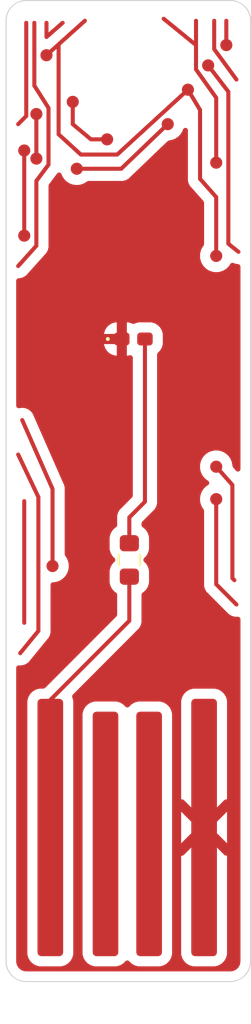
<source format=kicad_pcb>
(kicad_pcb (version 20241229) (generator "pcbnew") (generator_version "9.0")
  (layers (0 "F.Cu" signal) (2 "B.Cu" signal) (13 "F.Paste" user) (15 "B.Paste" user) (5 "F.SilkS" user "F.Silkscreen") (7 "B.SilkS" user "B.Silkscreen") (1 "F.Mask" user) (3 "B.Mask" user) (25 "Edge.Cuts" user))
  (net 0 "")
  (net 1 "GND")
  (net 2 "Net-(D1-A)")
  (net 3 "Net-(U1-VCC)")
  (footprint "Resistor_SMD:R_0603_1608Metric" (layer "F.Cu") (at 146.1 97.2 90)
    (property "Reference" "R1" (hide yes))
    (property "Value" "150" (hide yes))
    (fp_line (start -0.237258 -0.5225) (end 0.237258 -0.5225) (stroke (width 0.12)) (layer "F.SilkS"))
    (fp_line (start -0.237258 0.5225) (end 0.237258 0.5225) (stroke (width 0.12)) (layer "F.SilkS"))
    (pad "1" smd roundrect (at -0.825 0 90) (size 0.8 0.95) (layers "F.Cu" "F.Mask" "F.Paste") (net 3 "Net-(U1-VCC)"))
    (pad "2" smd roundrect (at 0.825 0 90) (size 0.8 0.95) (layers "F.Cu" "F.Mask" "F.Paste") (net 2 "Net-(D1-A)"))
  )
  (footprint "LOGO" (layer "F.Cu") (at 146 81.9)
    (property "Reference" "G***" (hide yes))
    (property "Value" "LOGO" (hide yes))
  )
  (footprint "LOGO" (layer "F.Cu") (at 142.8 87.2)
    (property "Reference" "G***" (hide yes))
    (property "Value" "LOGO" (hide yes))
  )
  (footprint "MountingHole:MountingHole_2.1mm" (layer "F.Cu") (at 146.1 72.6)
    (property "Reference" "H1" (hide yes))
    (property "Value" "MountingHole" (hide yes))
    (pad "" np_thru_hole circle (at 0 0) (size 2.1 2.1) (drill 2.1) (layers "*.Cu" "*.Mask"))
  )
  (footprint "Connector_USB:USB_A_PCB" (layer "F.Cu") (at 146 110.0825)
    (property "Reference" "U1" (hide yes))
    (property "Value" "~" (hide yes))
    (pad "1" smd roundrect (at -3.81 0.3175) (size 1.27 12.7) (layers "F.Cu" "F.Mask" "F.Paste") (roundrect_rratio 0.15) (net 3 "Net-(U1-VCC)"))
    (pad "2" smd roundrect (at -1.0795 0.635) (size 1.27 12.065) (layers "F.Cu" "F.Mask" "F.Paste") (roundrect_rratio 0.15))
    (pad "3" smd roundrect (at 1.0795 0.635) (size 1.27 12.065) (layers "F.Cu" "F.Mask" "F.Paste") (roundrect_rratio 0.15))
    (pad "4" smd roundrect (at 3.8 0.3175) (size 1.27 12.7) (layers "F.Cu" "F.Mask" "F.Paste") (roundrect_rratio 0.15) (net 1 "GND"))
  )
  (footprint "LED_SMD:LED_0402_1005Metric_Pad0.77x0.64mm_HandSolder" (layer "F.Cu") (at 146.3 86.3)
    (property "Reference" "D1" (hide yes))
    (property "Value" "LED" (hide yes))
    (fp_circle (center -1.265 0) (end -1.215 0) (stroke (width 0.1)) (fill no) (layer "F.SilkS"))
    (pad "1" smd roundrect (at -0.5725 0) (size 0.765 0.64) (layers "F.Cu" "F.Mask" "F.Paste") (net 1 "GND"))
    (pad "2" smd roundrect (at 0.5725 0) (size 0.765 0.64) (layers "F.Cu" "F.Mask" "F.Paste") (net 2 "Net-(D1-A)"))
  )
  (footprint "LOGO" (layer "F.Cu") (at 149.7 87.2)
    (property "Reference" "G***" (hide yes))
    (property "Value" "LOGO" (hide yes))
  )
  (gr_line (start 140.9 94.3) (end 140.9 100.3) (stroke (width 0.2)) (layer "F.Cu"))
  (gr_line (start 145.5 77.2) (end 143.7 77.2) (stroke (width 0.2)) (layer "F.Cu"))
  (gr_line (start 142.3 93.7) (end 140.8 90.3) (stroke (width 0.2)) (layer "F.Cu"))
  (gr_line (start 141.5 81.7) (end 140.6 82.7) (stroke (width 0.2)) (layer "F.Cu"))
  (gr_line (start 149.4 70.6) (end 149.4 73) (stroke (width 0.2)) (layer "F.Cu"))
  (gr_line (start 150 72.8) (end 151 74.1) (stroke (width 0.2)) (layer "F.Cu"))
  (gr_line (start 150.4 79.3) (end 149.6 78.4) (stroke (width 0.2)) (layer "F.Cu"))
  (gr_circle (center 143.5 77.9) (end 143.7 77.9) (stroke (width 0.2)) (fill no) (layer "F.Cu"))
  (gr_line (start 143.5 77.9) (end 145.7 77.9) (stroke (width 0.2)) (layer "F.Cu"))
  (gr_line (start 143.7 77.2) (end 142.6 76.2) (stroke (width 0.2)) (layer "F.Cu"))
  (gr_line (start 141 70.7) (end 141 72.8) (stroke (width 0.2)) (layer "F.Cu"))
  (gr_line (start 145.5 77.2) (end 149 74) (stroke (width 0.2)) (layer "F.Cu"))
  (gr_line (start 151.5 82) (end 151 81.6) (stroke (width 0.2)) (layer "F.Cu"))
  (gr_circle (center 140.9 77) (end 141.1 77) (stroke (width 0.2)) (fill no) (layer "F.Cu"))
  (gr_line (start 143.3 75.7) (end 144.2 76.45) (stroke (width 0.2)) (layer "F.Cu"))
  (gr_line (start 143.3 75.7) (end 143.3 74.6) (stroke (width 0.2)) (layer "F.Cu"))
  (gr_circle (center 148 75.7) (end 148.2 75.7) (stroke (width 0.2)) (fill no) (layer "F.Cu"))
  (gr_line (start 151.2 98.1) (end 151.2 93.5) (stroke (width 0.2)) (layer "F.Cu"))
  (gr_line (start 140.7 101.8) (end 141.6 100.7) (stroke (width 0.2)) (layer "F.Cu"))
  (gr_circle (center 150.4 82.2) (end 150.6 82.2) (stroke (width 0.2)) (fill no) (layer "F.Cu"))
  (gr_line (start 143.8 77.2) (end 143.7 77.2) (stroke (width 0.2)) (layer "F.Cu"))
  (gr_line (start 142.1 77.7) (end 141.5 78.5) (stroke (width 0.2)) (layer "F.Cu"))
  (gr_circle (center 150 72.8) (end 150.2 72.8) (stroke (width 0.2)) (fill no) (layer "F.Cu"))
  (gr_line (start 151.2 93.5) (end 150.4 92.6) (stroke (width 0.2)) (layer "F.Cu"))
  (gr_line (start 150.3 72) (end 150.3 70.6) (stroke (width 0.2)) (layer "F.Cu"))
  (gr_line (start 142.1 74.9) (end 142.1 77.7) (stroke (width 0.2)) (layer "F.Cu"))
  (gr_line (start 141.4 73.8) (end 142.1 74.9) (stroke (width 0.2)) (layer "F.Cu"))
  (gr_circle (center 140.9 81.2) (end 141.1 81.2) (stroke (width 0.2)) (fill no) (layer "F.Cu"))
  (gr_line (start 151.3 98.2) (end 151.2 98.1) (stroke (width 0.2)) (layer "F.Cu"))
  (gr_circle (center 150.4 77.6) (end 150.6 77.6) (stroke (width 0.2)) (fill no) (layer "F.Cu"))
  (gr_line (start 150.4 79.3) (end 150.4 82.2) (stroke (width 0.2)) (layer "F.Cu"))
  (gr_circle (center 150.4 92.6) (end 150.6 92.6) (stroke (width 0.2)) (fill no) (layer "F.Cu"))
  (gr_line (start 150.4 74.4) (end 150.4 77.6) (stroke (width 0.2)) (layer "F.Cu"))
  (gr_line (start 144.2 76.45) (end 145.2 76.45) (stroke (width 0.2)) (layer "F.Cu"))
  (gr_line (start 142.3 97.5) (end 142.3 93.7) (stroke (width 0.2)) (layer "F.Cu"))
  (gr_line (start 141 75.3) (end 140.6 75.7) (stroke (width 0.2)) (layer "F.Cu"))
  (gr_line (start 151.4 73.5) (end 150.3 72) (stroke (width 0.2)) (layer "F.Cu"))
  (gr_line (start 142 71.4) (end 142 70.7) (stroke (width 0.2)) (layer "F.Cu"))
  (gr_line (start 150.4 94.2) (end 150.4 98.4) (stroke (width 0.2)) (layer "F.Cu"))
  (gr_line (start 141.4 70.7) (end 141.4 73.8) (stroke (width 0.2)) (layer "F.Cu"))
  (gr_line (start 149 74) (end 149.6 75) (stroke (width 0.2)) (layer "F.Cu"))
  (gr_line (start 141.6 100.7) (end 141.6 94.1) (stroke (width 0.2)) (layer "F.Cu"))
  (gr_circle (center 143.3 74.6) (end 143.5 74.6) (stroke (width 0.2)) (fill no) (layer "F.Cu"))
  (gr_line (start 150.4 98.4) (end 151.4 99.4) (stroke (width 0.2)) (layer "F.Cu"))
  (gr_line (start 141 72.8) (end 141 74.2) (stroke (width 0.2)) (layer "F.Cu"))
  (gr_line (start 151 81.4) (end 151 81.6) (stroke (width 0.2)) (layer "F.Cu"))
  (gr_circle (center 142.3 97.5) (end 142.5 97.5) (stroke (width 0.2)) (fill no) (layer "F.Cu"))
  (gr_circle (center 141.5 77.4) (end 141.7 77.4) (stroke (width 0.2)) (fill no) (layer "F.Cu"))
  (gr_circle (center 141.5 75.2) (end 141.7 75.2) (stroke (width 0.2)) (fill no) (layer "F.Cu"))
  (gr_circle (center 149 74) (end 149.2 74) (stroke (width 0.2)) (fill no) (layer "F.Cu"))
  (gr_circle (center 145 76.45) (end 145.2 76.45) (stroke (width 0.2)) (fill no) (layer "F.Cu"))
  (gr_line (start 151 74.1) (end 151 81.6) (stroke (width 0.2)) (layer "F.Cu"))
  (gr_line (start 142.6 76.2) (end 142.6 71.8) (stroke (width 0.2)) (layer "F.Cu"))
  (gr_line (start 149.4 73) (end 150.4 74.4) (stroke (width 0.2)) (layer "F.Cu"))
  (gr_circle (center 142 72.3) (end 142.2 72.3) (stroke (width 0.2)) (fill no) (layer "F.Cu"))
  (gr_line (start 150.9 70.6) (end 150.9 71.8) (stroke (width 0.2)) (layer "F.Cu"))
  (gr_line (start 142 72.3) (end 143.9 70.6) (stroke (width 0.2)) (layer "F.Cu"))
  (gr_line (start 149.4 71.8) (end 147.8 70.5) (stroke (width 0.2)) (layer "F.Cu"))
  (gr_line (start 149.6 75) (end 149.6 78.4) (stroke (width 0.2)) (layer "F.Cu"))
  (gr_line (start 149.6 78.3) (end 149.6 78.4) (stroke (width 0.2)) (layer "F.Cu"))
  (gr_line (start 140.9 81.2) (end 140.9 77) (stroke (width 0.2)) (layer "F.Cu"))
  (gr_line (start 141.5 78.5) (end 141.5 81.7) (stroke (width 0.2)) (layer "F.Cu"))
  (gr_line (start 141 74.2) (end 141 75.3) (stroke (width 0.2)) (layer "F.Cu"))
  (gr_line (start 141.5 77.4) (end 141.5 75.2) (stroke (width 0.2)) (layer "F.Cu"))
  (gr_circle (center 150.4 94.2) (end 150.6 94.2) (stroke (width 0.2)) (fill no) (layer "F.Cu"))
  (gr_circle (center 150.9 71.8) (end 151.1 71.8) (stroke (width 0.2)) (fill no) (layer "F.Cu"))
  (gr_line (start 141.6 94.1) (end 140.6 92) (stroke (width 0.2)) (layer "F.Cu"))
  (gr_line (start 145.7 77.9) (end 148 75.7) (stroke (width 0.2)) (layer "F.Cu"))
  (gr_line (start 142 71.4) (end 142.8 70.7) (stroke (width 0.2)) (layer "F.Cu"))
  (gr_arc (start 152.1 117) (mid 151.807107 117.707107) (end 151.1 118) (stroke (width 0.05)) (layer "Edge.Cuts"))
  (gr_line (start 141 69.6) (end 151.1 69.6) (stroke (width 0.05)) (layer "Edge.Cuts"))
  (gr_arc (start 141 118) (mid 140.292893 117.707107) (end 140 117) (stroke (width 0.05)) (layer "Edge.Cuts"))
  (gr_arc (start 151.1 69.6) (mid 151.807107 69.892893) (end 152.1 70.6) (stroke (width 0.05)) (layer "Edge.Cuts"))
  (gr_line (start 152.1 70.6) (end 152.1 117) (stroke (width 0.05)) (layer "Edge.Cuts"))
  (gr_arc (start 140 70.6) (mid 140.292893 69.892893) (end 141 69.6) (stroke (width 0.05)) (layer "Edge.Cuts"))
  (gr_line (start 140 117) (end 140 70.6) (stroke (width 0.05)) (layer "Edge.Cuts"))
  (gr_line (start 151.1 118) (end 141 118) (stroke (width 0.05)) (layer "Edge.Cuts"))
  (segment (start 146.8725 94.3275) (end 146.8725 86.3) (width 0.2) (layer "F.Cu") (net 2))
  (segment (start 146.1 95.1) (end 146.8725 94.3275) (width 0.2) (layer "F.Cu") (net 2))
  (segment (start 146.1 96.375) (end 146.1 95.1) (width 0.2) (layer "F.Cu") (net 2))
  (segment (start 142.19 110.4) (end 142.19 104.11) (width 0.2) (layer "F.Cu") (net 3))
  (segment (start 146.1 100.2) (end 146.1 98.025) (width 0.2) (layer "F.Cu") (net 3))
  (segment (start 142.19 104.11) (end 146.1 100.2) (width 0.2) (layer "F.Cu") (net 3))
  (zone (net 1) (net_name "GND") (layer "F.Cu") (connect_pads (clearance 0.5)) (min_thickness 0.25) (fill yes (thermal_gap 0.5) (thermal_bridge_width 0.5))
    (polygon (pts (xy 139.7 70) (xy 152.1 70) (xy 152.1 120.1) (xy 139.9 120.1)))
  )
)
</source>
